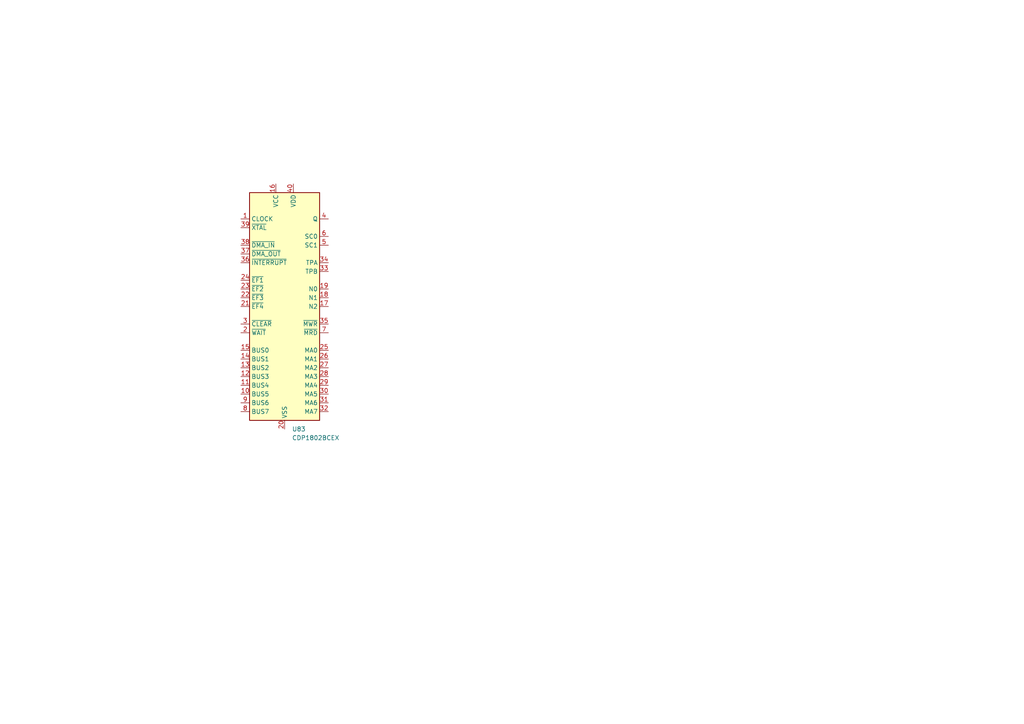
<source format=kicad_sch>
(kicad_sch (version 20250114) (generator "eeschema") (generator_version "9.0")
  (paper "A4")
  (lib_symbols
    (symbol "CPU:CDP1802BCEX"
      (property "Reference" "U" (at -10.16 34.29 0))
      (property "Value" "CDP1802BCEX" (at 3.81 34.29 0))
      (symbol "CDP1802BCEX_0_1"
        (rectangle (start -10.16 33.02) (end 10.16 -33.02) (stroke (width 0.254)) (fill (type background)))
      )
      (symbol "CDP1802BCEX_1_1"
        (pin input line (at -12.7 25.4 0) (length 2.54) (name "CLOCK") (number "1"))
        (pin output line (at -12.7 22.86 0) (length 2.54) (name "~{XTAL}") (number "39"))
        (pin input line (at -12.7 17.78 0) (length 2.54) (name "~{DMA_IN}") (number "38"))
        (pin input line (at -12.7 15.24 0) (length 2.54) (name "~{DMA_OUT}") (number "37"))
        (pin input line (at -12.7 12.7 0) (length 2.54) (name "~{INTERRUPT}") (number "36"))
        (pin input line (at -12.7 7.62 0) (length 2.54) (name "~{EF1}") (number "24"))
        (pin input line (at -12.7 5.08 0) (length 2.54) (name "~{EF2}") (number "23"))
        (pin input line (at -12.7 2.54 0) (length 2.54) (name "~{EF3}") (number "22"))
        (pin input line (at -12.7 0 0) (length 2.54) (name "~{EF4}") (number "21"))
        (pin input line (at -12.7 -5.08 0) (length 2.54) (name "~{CLEAR}") (number "3"))
        (pin input line (at -12.7 -7.62 0) (length 2.54) (name "~{WAIT}") (number "2"))
        (pin bidirectional line (at -12.7 -12.7 0) (length 2.54) (name "BUS0") (number "15"))
        (pin bidirectional line (at -12.7 -15.24 0) (length 2.54) (name "BUS1") (number "14"))
        (pin bidirectional line (at -12.7 -17.78 0) (length 2.54) (name "BUS2") (number "13"))
        (pin bidirectional line (at -12.7 -20.32 0) (length 2.54) (name "BUS3") (number "12"))
        (pin bidirectional line (at -12.7 -22.86 0) (length 2.54) (name "BUS4") (number "11"))
        (pin bidirectional line (at -12.7 -25.4 0) (length 2.54) (name "BUS5") (number "10"))
        (pin bidirectional line (at -12.7 -27.94 0) (length 2.54) (name "BUS6") (number "9"))
        (pin bidirectional line (at -12.7 -30.48 0) (length 2.54) (name "BUS7") (number "8"))
        (pin power_in line (at -2.54 35.56 270) (length 2.54) (name "VCC") (number "16"))
        (pin power_in line (at 0 -35.56 90) (length 2.54) (name "VSS") (number "20"))
        (pin power_in line (at 2.54 35.56 270) (length 2.54) (name "VDD") (number "40"))
        (pin output line (at 12.7 25.4 180) (length 2.54) (name "Q") (number "4"))
        (pin output line (at 12.7 20.32 180) (length 2.54) (name "SC0") (number "6"))
        (pin output line (at 12.7 17.78 180) (length 2.54) (name "SC1") (number "5"))
        (pin output line (at 12.7 12.7 180) (length 2.54) (name "TPA") (number "34"))
        (pin output line (at 12.7 10.16 180) (length 2.54) (name "TPB") (number "33"))
        (pin output line (at 12.7 5.08 180) (length 2.54) (name "N0") (number "19"))
        (pin output line (at 12.7 2.54 180) (length 2.54) (name "N1") (number "18"))
        (pin output line (at 12.7 0 180) (length 2.54) (name "N2") (number "17"))
        (pin output line (at 12.7 -5.08 180) (length 2.54) (name "~{MWR}") (number "35"))
        (pin output line (at 12.7 -7.62 180) (length 2.54) (name "~{MRD}") (number "7"))
        (pin output line (at 12.7 -12.7 180) (length 2.54) (name "MA0") (number "25"))
        (pin output line (at 12.7 -15.24 180) (length 2.54) (name "MA1") (number "26"))
        (pin output line (at 12.7 -17.78 180) (length 2.54) (name "MA2") (number "27"))
        (pin output line (at 12.7 -20.32 180) (length 2.54) (name "MA3") (number "28"))
        (pin output line (at 12.7 -22.86 180) (length 2.54) (name "MA4") (number "29"))
        (pin output line (at 12.7 -25.4 180) (length 2.54) (name "MA5") (number "30"))
        (pin output line (at 12.7 -27.94 180) (length 2.54) (name "MA6") (number "31"))
        (pin output line (at 12.7 -30.48 180) (length 2.54) (name "MA7") (number "32"))
      )
    )
  )
  (symbol (lib_id "CPU:CDP1802BCEX") (at 82.55 88.9 0) (unit 1)
    (property "Reference" "U83" (at 84.6933 124.46 0) (effects (justify left)))
    (property "Value" "CDP1802BCEX" (at 84.6933 127 0) (effects (justify left)))
    (property "Footprint" "Package_DIP:DIP-40_W15.24mm" (effects (hide yes)))
    (property "Datasheet" "http://www.cosmacelf.com/publications/data-sheets/cdp1802.pdf" (effects (hide yes)))
    (property "Description" "8-bit, General Purpose, 5V, 5 MHz, Burned-In, DIP-40" (effects (hide yes)))
  )
)
</source>
